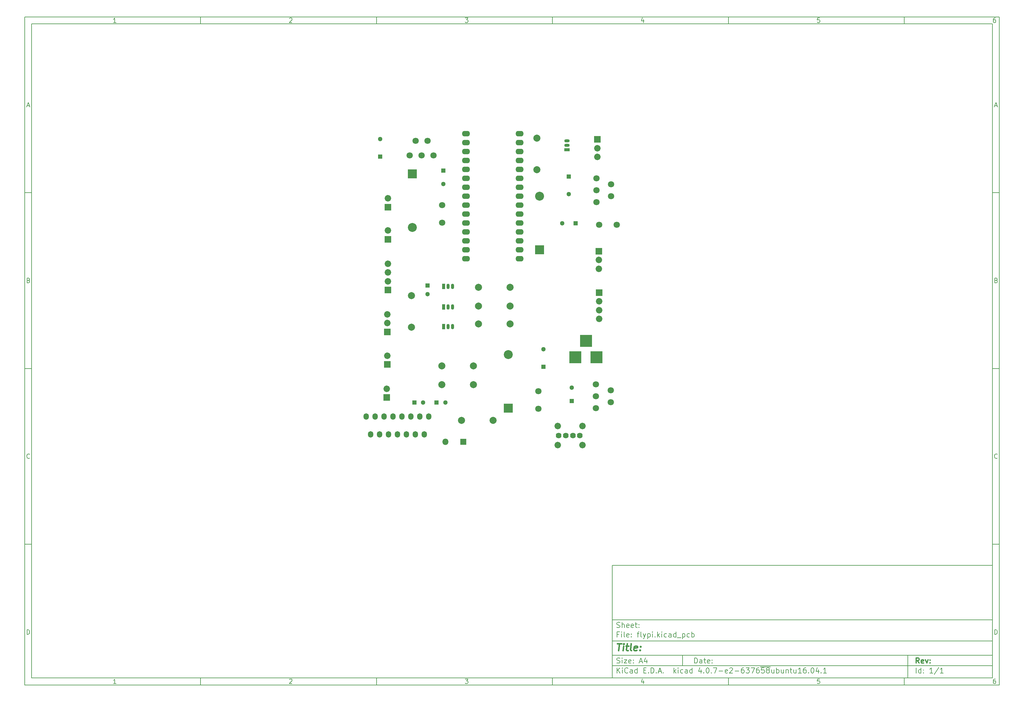
<source format=gbr>
G04 #@! TF.FileFunction,Soldermask,Bot*
%FSLAX46Y46*%
G04 Gerber Fmt 4.6, Leading zero omitted, Abs format (unit mm)*
G04 Created by KiCad (PCBNEW 4.0.7-e2-6376~58~ubuntu16.04.1) date Sat Nov  4 22:27:25 2017*
%MOMM*%
%LPD*%
G01*
G04 APERTURE LIST*
%ADD10C,0.100000*%
%ADD11C,0.150000*%
%ADD12C,0.300000*%
%ADD13C,0.400000*%
%ADD14O,2.300000X1.600000*%
%ADD15R,1.300000X1.300000*%
%ADD16C,1.300000*%
%ADD17R,3.500120X3.500120*%
%ADD18C,2.540000*%
%ADD19R,2.540000X2.540000*%
%ADD20C,1.800860*%
%ADD21C,1.800000*%
%ADD22O,1.524000X1.824000*%
%ADD23C,2.000000*%
%ADD24C,1.620000*%
%ADD25C,1.850000*%
%ADD26R,1.850000X1.850000*%
%ADD27O,0.900000X1.500000*%
%ADD28R,0.900000X1.500000*%
%ADD29O,1.500000X0.900000*%
%ADD30R,1.500000X0.900000*%
%ADD31R,1.800000X1.800000*%
%ADD32O,1.800000X1.800000*%
G04 APERTURE END LIST*
D10*
D11*
X177002200Y-166007200D02*
X177002200Y-198007200D01*
X285002200Y-198007200D01*
X285002200Y-166007200D01*
X177002200Y-166007200D01*
D10*
D11*
X10000000Y-10000000D02*
X10000000Y-200007200D01*
X287002200Y-200007200D01*
X287002200Y-10000000D01*
X10000000Y-10000000D01*
D10*
D11*
X12000000Y-12000000D02*
X12000000Y-198007200D01*
X285002200Y-198007200D01*
X285002200Y-12000000D01*
X12000000Y-12000000D01*
D10*
D11*
X60000000Y-12000000D02*
X60000000Y-10000000D01*
D10*
D11*
X110000000Y-12000000D02*
X110000000Y-10000000D01*
D10*
D11*
X160000000Y-12000000D02*
X160000000Y-10000000D01*
D10*
D11*
X210000000Y-12000000D02*
X210000000Y-10000000D01*
D10*
D11*
X260000000Y-12000000D02*
X260000000Y-10000000D01*
D10*
D11*
X35990476Y-11588095D02*
X35247619Y-11588095D01*
X35619048Y-11588095D02*
X35619048Y-10288095D01*
X35495238Y-10473810D01*
X35371429Y-10597619D01*
X35247619Y-10659524D01*
D10*
D11*
X85247619Y-10411905D02*
X85309524Y-10350000D01*
X85433333Y-10288095D01*
X85742857Y-10288095D01*
X85866667Y-10350000D01*
X85928571Y-10411905D01*
X85990476Y-10535714D01*
X85990476Y-10659524D01*
X85928571Y-10845238D01*
X85185714Y-11588095D01*
X85990476Y-11588095D01*
D10*
D11*
X135185714Y-10288095D02*
X135990476Y-10288095D01*
X135557143Y-10783333D01*
X135742857Y-10783333D01*
X135866667Y-10845238D01*
X135928571Y-10907143D01*
X135990476Y-11030952D01*
X135990476Y-11340476D01*
X135928571Y-11464286D01*
X135866667Y-11526190D01*
X135742857Y-11588095D01*
X135371429Y-11588095D01*
X135247619Y-11526190D01*
X135185714Y-11464286D01*
D10*
D11*
X185866667Y-10721429D02*
X185866667Y-11588095D01*
X185557143Y-10226190D02*
X185247619Y-11154762D01*
X186052381Y-11154762D01*
D10*
D11*
X235928571Y-10288095D02*
X235309524Y-10288095D01*
X235247619Y-10907143D01*
X235309524Y-10845238D01*
X235433333Y-10783333D01*
X235742857Y-10783333D01*
X235866667Y-10845238D01*
X235928571Y-10907143D01*
X235990476Y-11030952D01*
X235990476Y-11340476D01*
X235928571Y-11464286D01*
X235866667Y-11526190D01*
X235742857Y-11588095D01*
X235433333Y-11588095D01*
X235309524Y-11526190D01*
X235247619Y-11464286D01*
D10*
D11*
X285866667Y-10288095D02*
X285619048Y-10288095D01*
X285495238Y-10350000D01*
X285433333Y-10411905D01*
X285309524Y-10597619D01*
X285247619Y-10845238D01*
X285247619Y-11340476D01*
X285309524Y-11464286D01*
X285371429Y-11526190D01*
X285495238Y-11588095D01*
X285742857Y-11588095D01*
X285866667Y-11526190D01*
X285928571Y-11464286D01*
X285990476Y-11340476D01*
X285990476Y-11030952D01*
X285928571Y-10907143D01*
X285866667Y-10845238D01*
X285742857Y-10783333D01*
X285495238Y-10783333D01*
X285371429Y-10845238D01*
X285309524Y-10907143D01*
X285247619Y-11030952D01*
D10*
D11*
X60000000Y-198007200D02*
X60000000Y-200007200D01*
D10*
D11*
X110000000Y-198007200D02*
X110000000Y-200007200D01*
D10*
D11*
X160000000Y-198007200D02*
X160000000Y-200007200D01*
D10*
D11*
X210000000Y-198007200D02*
X210000000Y-200007200D01*
D10*
D11*
X260000000Y-198007200D02*
X260000000Y-200007200D01*
D10*
D11*
X35990476Y-199595295D02*
X35247619Y-199595295D01*
X35619048Y-199595295D02*
X35619048Y-198295295D01*
X35495238Y-198481010D01*
X35371429Y-198604819D01*
X35247619Y-198666724D01*
D10*
D11*
X85247619Y-198419105D02*
X85309524Y-198357200D01*
X85433333Y-198295295D01*
X85742857Y-198295295D01*
X85866667Y-198357200D01*
X85928571Y-198419105D01*
X85990476Y-198542914D01*
X85990476Y-198666724D01*
X85928571Y-198852438D01*
X85185714Y-199595295D01*
X85990476Y-199595295D01*
D10*
D11*
X135185714Y-198295295D02*
X135990476Y-198295295D01*
X135557143Y-198790533D01*
X135742857Y-198790533D01*
X135866667Y-198852438D01*
X135928571Y-198914343D01*
X135990476Y-199038152D01*
X135990476Y-199347676D01*
X135928571Y-199471486D01*
X135866667Y-199533390D01*
X135742857Y-199595295D01*
X135371429Y-199595295D01*
X135247619Y-199533390D01*
X135185714Y-199471486D01*
D10*
D11*
X185866667Y-198728629D02*
X185866667Y-199595295D01*
X185557143Y-198233390D02*
X185247619Y-199161962D01*
X186052381Y-199161962D01*
D10*
D11*
X235928571Y-198295295D02*
X235309524Y-198295295D01*
X235247619Y-198914343D01*
X235309524Y-198852438D01*
X235433333Y-198790533D01*
X235742857Y-198790533D01*
X235866667Y-198852438D01*
X235928571Y-198914343D01*
X235990476Y-199038152D01*
X235990476Y-199347676D01*
X235928571Y-199471486D01*
X235866667Y-199533390D01*
X235742857Y-199595295D01*
X235433333Y-199595295D01*
X235309524Y-199533390D01*
X235247619Y-199471486D01*
D10*
D11*
X285866667Y-198295295D02*
X285619048Y-198295295D01*
X285495238Y-198357200D01*
X285433333Y-198419105D01*
X285309524Y-198604819D01*
X285247619Y-198852438D01*
X285247619Y-199347676D01*
X285309524Y-199471486D01*
X285371429Y-199533390D01*
X285495238Y-199595295D01*
X285742857Y-199595295D01*
X285866667Y-199533390D01*
X285928571Y-199471486D01*
X285990476Y-199347676D01*
X285990476Y-199038152D01*
X285928571Y-198914343D01*
X285866667Y-198852438D01*
X285742857Y-198790533D01*
X285495238Y-198790533D01*
X285371429Y-198852438D01*
X285309524Y-198914343D01*
X285247619Y-199038152D01*
D10*
D11*
X10000000Y-60000000D02*
X12000000Y-60000000D01*
D10*
D11*
X10000000Y-110000000D02*
X12000000Y-110000000D01*
D10*
D11*
X10000000Y-160000000D02*
X12000000Y-160000000D01*
D10*
D11*
X10690476Y-35216667D02*
X11309524Y-35216667D01*
X10566667Y-35588095D02*
X11000000Y-34288095D01*
X11433333Y-35588095D01*
D10*
D11*
X11092857Y-84907143D02*
X11278571Y-84969048D01*
X11340476Y-85030952D01*
X11402381Y-85154762D01*
X11402381Y-85340476D01*
X11340476Y-85464286D01*
X11278571Y-85526190D01*
X11154762Y-85588095D01*
X10659524Y-85588095D01*
X10659524Y-84288095D01*
X11092857Y-84288095D01*
X11216667Y-84350000D01*
X11278571Y-84411905D01*
X11340476Y-84535714D01*
X11340476Y-84659524D01*
X11278571Y-84783333D01*
X11216667Y-84845238D01*
X11092857Y-84907143D01*
X10659524Y-84907143D01*
D10*
D11*
X11402381Y-135464286D02*
X11340476Y-135526190D01*
X11154762Y-135588095D01*
X11030952Y-135588095D01*
X10845238Y-135526190D01*
X10721429Y-135402381D01*
X10659524Y-135278571D01*
X10597619Y-135030952D01*
X10597619Y-134845238D01*
X10659524Y-134597619D01*
X10721429Y-134473810D01*
X10845238Y-134350000D01*
X11030952Y-134288095D01*
X11154762Y-134288095D01*
X11340476Y-134350000D01*
X11402381Y-134411905D01*
D10*
D11*
X10659524Y-185588095D02*
X10659524Y-184288095D01*
X10969048Y-184288095D01*
X11154762Y-184350000D01*
X11278571Y-184473810D01*
X11340476Y-184597619D01*
X11402381Y-184845238D01*
X11402381Y-185030952D01*
X11340476Y-185278571D01*
X11278571Y-185402381D01*
X11154762Y-185526190D01*
X10969048Y-185588095D01*
X10659524Y-185588095D01*
D10*
D11*
X287002200Y-60000000D02*
X285002200Y-60000000D01*
D10*
D11*
X287002200Y-110000000D02*
X285002200Y-110000000D01*
D10*
D11*
X287002200Y-160000000D02*
X285002200Y-160000000D01*
D10*
D11*
X285692676Y-35216667D02*
X286311724Y-35216667D01*
X285568867Y-35588095D02*
X286002200Y-34288095D01*
X286435533Y-35588095D01*
D10*
D11*
X286095057Y-84907143D02*
X286280771Y-84969048D01*
X286342676Y-85030952D01*
X286404581Y-85154762D01*
X286404581Y-85340476D01*
X286342676Y-85464286D01*
X286280771Y-85526190D01*
X286156962Y-85588095D01*
X285661724Y-85588095D01*
X285661724Y-84288095D01*
X286095057Y-84288095D01*
X286218867Y-84350000D01*
X286280771Y-84411905D01*
X286342676Y-84535714D01*
X286342676Y-84659524D01*
X286280771Y-84783333D01*
X286218867Y-84845238D01*
X286095057Y-84907143D01*
X285661724Y-84907143D01*
D10*
D11*
X286404581Y-135464286D02*
X286342676Y-135526190D01*
X286156962Y-135588095D01*
X286033152Y-135588095D01*
X285847438Y-135526190D01*
X285723629Y-135402381D01*
X285661724Y-135278571D01*
X285599819Y-135030952D01*
X285599819Y-134845238D01*
X285661724Y-134597619D01*
X285723629Y-134473810D01*
X285847438Y-134350000D01*
X286033152Y-134288095D01*
X286156962Y-134288095D01*
X286342676Y-134350000D01*
X286404581Y-134411905D01*
D10*
D11*
X285661724Y-185588095D02*
X285661724Y-184288095D01*
X285971248Y-184288095D01*
X286156962Y-184350000D01*
X286280771Y-184473810D01*
X286342676Y-184597619D01*
X286404581Y-184845238D01*
X286404581Y-185030952D01*
X286342676Y-185278571D01*
X286280771Y-185402381D01*
X286156962Y-185526190D01*
X285971248Y-185588095D01*
X285661724Y-185588095D01*
D10*
D11*
X200359343Y-193785771D02*
X200359343Y-192285771D01*
X200716486Y-192285771D01*
X200930771Y-192357200D01*
X201073629Y-192500057D01*
X201145057Y-192642914D01*
X201216486Y-192928629D01*
X201216486Y-193142914D01*
X201145057Y-193428629D01*
X201073629Y-193571486D01*
X200930771Y-193714343D01*
X200716486Y-193785771D01*
X200359343Y-193785771D01*
X202502200Y-193785771D02*
X202502200Y-193000057D01*
X202430771Y-192857200D01*
X202287914Y-192785771D01*
X202002200Y-192785771D01*
X201859343Y-192857200D01*
X202502200Y-193714343D02*
X202359343Y-193785771D01*
X202002200Y-193785771D01*
X201859343Y-193714343D01*
X201787914Y-193571486D01*
X201787914Y-193428629D01*
X201859343Y-193285771D01*
X202002200Y-193214343D01*
X202359343Y-193214343D01*
X202502200Y-193142914D01*
X203002200Y-192785771D02*
X203573629Y-192785771D01*
X203216486Y-192285771D02*
X203216486Y-193571486D01*
X203287914Y-193714343D01*
X203430772Y-193785771D01*
X203573629Y-193785771D01*
X204645057Y-193714343D02*
X204502200Y-193785771D01*
X204216486Y-193785771D01*
X204073629Y-193714343D01*
X204002200Y-193571486D01*
X204002200Y-193000057D01*
X204073629Y-192857200D01*
X204216486Y-192785771D01*
X204502200Y-192785771D01*
X204645057Y-192857200D01*
X204716486Y-193000057D01*
X204716486Y-193142914D01*
X204002200Y-193285771D01*
X205359343Y-193642914D02*
X205430771Y-193714343D01*
X205359343Y-193785771D01*
X205287914Y-193714343D01*
X205359343Y-193642914D01*
X205359343Y-193785771D01*
X205359343Y-192857200D02*
X205430771Y-192928629D01*
X205359343Y-193000057D01*
X205287914Y-192928629D01*
X205359343Y-192857200D01*
X205359343Y-193000057D01*
D10*
D11*
X177002200Y-194507200D02*
X285002200Y-194507200D01*
D10*
D11*
X178359343Y-196585771D02*
X178359343Y-195085771D01*
X179216486Y-196585771D02*
X178573629Y-195728629D01*
X179216486Y-195085771D02*
X178359343Y-195942914D01*
X179859343Y-196585771D02*
X179859343Y-195585771D01*
X179859343Y-195085771D02*
X179787914Y-195157200D01*
X179859343Y-195228629D01*
X179930771Y-195157200D01*
X179859343Y-195085771D01*
X179859343Y-195228629D01*
X181430772Y-196442914D02*
X181359343Y-196514343D01*
X181145057Y-196585771D01*
X181002200Y-196585771D01*
X180787915Y-196514343D01*
X180645057Y-196371486D01*
X180573629Y-196228629D01*
X180502200Y-195942914D01*
X180502200Y-195728629D01*
X180573629Y-195442914D01*
X180645057Y-195300057D01*
X180787915Y-195157200D01*
X181002200Y-195085771D01*
X181145057Y-195085771D01*
X181359343Y-195157200D01*
X181430772Y-195228629D01*
X182716486Y-196585771D02*
X182716486Y-195800057D01*
X182645057Y-195657200D01*
X182502200Y-195585771D01*
X182216486Y-195585771D01*
X182073629Y-195657200D01*
X182716486Y-196514343D02*
X182573629Y-196585771D01*
X182216486Y-196585771D01*
X182073629Y-196514343D01*
X182002200Y-196371486D01*
X182002200Y-196228629D01*
X182073629Y-196085771D01*
X182216486Y-196014343D01*
X182573629Y-196014343D01*
X182716486Y-195942914D01*
X184073629Y-196585771D02*
X184073629Y-195085771D01*
X184073629Y-196514343D02*
X183930772Y-196585771D01*
X183645058Y-196585771D01*
X183502200Y-196514343D01*
X183430772Y-196442914D01*
X183359343Y-196300057D01*
X183359343Y-195871486D01*
X183430772Y-195728629D01*
X183502200Y-195657200D01*
X183645058Y-195585771D01*
X183930772Y-195585771D01*
X184073629Y-195657200D01*
X185930772Y-195800057D02*
X186430772Y-195800057D01*
X186645058Y-196585771D02*
X185930772Y-196585771D01*
X185930772Y-195085771D01*
X186645058Y-195085771D01*
X187287915Y-196442914D02*
X187359343Y-196514343D01*
X187287915Y-196585771D01*
X187216486Y-196514343D01*
X187287915Y-196442914D01*
X187287915Y-196585771D01*
X188002201Y-196585771D02*
X188002201Y-195085771D01*
X188359344Y-195085771D01*
X188573629Y-195157200D01*
X188716487Y-195300057D01*
X188787915Y-195442914D01*
X188859344Y-195728629D01*
X188859344Y-195942914D01*
X188787915Y-196228629D01*
X188716487Y-196371486D01*
X188573629Y-196514343D01*
X188359344Y-196585771D01*
X188002201Y-196585771D01*
X189502201Y-196442914D02*
X189573629Y-196514343D01*
X189502201Y-196585771D01*
X189430772Y-196514343D01*
X189502201Y-196442914D01*
X189502201Y-196585771D01*
X190145058Y-196157200D02*
X190859344Y-196157200D01*
X190002201Y-196585771D02*
X190502201Y-195085771D01*
X191002201Y-196585771D01*
X191502201Y-196442914D02*
X191573629Y-196514343D01*
X191502201Y-196585771D01*
X191430772Y-196514343D01*
X191502201Y-196442914D01*
X191502201Y-196585771D01*
X194502201Y-196585771D02*
X194502201Y-195085771D01*
X194645058Y-196014343D02*
X195073629Y-196585771D01*
X195073629Y-195585771D02*
X194502201Y-196157200D01*
X195716487Y-196585771D02*
X195716487Y-195585771D01*
X195716487Y-195085771D02*
X195645058Y-195157200D01*
X195716487Y-195228629D01*
X195787915Y-195157200D01*
X195716487Y-195085771D01*
X195716487Y-195228629D01*
X197073630Y-196514343D02*
X196930773Y-196585771D01*
X196645059Y-196585771D01*
X196502201Y-196514343D01*
X196430773Y-196442914D01*
X196359344Y-196300057D01*
X196359344Y-195871486D01*
X196430773Y-195728629D01*
X196502201Y-195657200D01*
X196645059Y-195585771D01*
X196930773Y-195585771D01*
X197073630Y-195657200D01*
X198359344Y-196585771D02*
X198359344Y-195800057D01*
X198287915Y-195657200D01*
X198145058Y-195585771D01*
X197859344Y-195585771D01*
X197716487Y-195657200D01*
X198359344Y-196514343D02*
X198216487Y-196585771D01*
X197859344Y-196585771D01*
X197716487Y-196514343D01*
X197645058Y-196371486D01*
X197645058Y-196228629D01*
X197716487Y-196085771D01*
X197859344Y-196014343D01*
X198216487Y-196014343D01*
X198359344Y-195942914D01*
X199716487Y-196585771D02*
X199716487Y-195085771D01*
X199716487Y-196514343D02*
X199573630Y-196585771D01*
X199287916Y-196585771D01*
X199145058Y-196514343D01*
X199073630Y-196442914D01*
X199002201Y-196300057D01*
X199002201Y-195871486D01*
X199073630Y-195728629D01*
X199145058Y-195657200D01*
X199287916Y-195585771D01*
X199573630Y-195585771D01*
X199716487Y-195657200D01*
X202216487Y-195585771D02*
X202216487Y-196585771D01*
X201859344Y-195014343D02*
X201502201Y-196085771D01*
X202430773Y-196085771D01*
X203002201Y-196442914D02*
X203073629Y-196514343D01*
X203002201Y-196585771D01*
X202930772Y-196514343D01*
X203002201Y-196442914D01*
X203002201Y-196585771D01*
X204002201Y-195085771D02*
X204145058Y-195085771D01*
X204287915Y-195157200D01*
X204359344Y-195228629D01*
X204430773Y-195371486D01*
X204502201Y-195657200D01*
X204502201Y-196014343D01*
X204430773Y-196300057D01*
X204359344Y-196442914D01*
X204287915Y-196514343D01*
X204145058Y-196585771D01*
X204002201Y-196585771D01*
X203859344Y-196514343D01*
X203787915Y-196442914D01*
X203716487Y-196300057D01*
X203645058Y-196014343D01*
X203645058Y-195657200D01*
X203716487Y-195371486D01*
X203787915Y-195228629D01*
X203859344Y-195157200D01*
X204002201Y-195085771D01*
X205145058Y-196442914D02*
X205216486Y-196514343D01*
X205145058Y-196585771D01*
X205073629Y-196514343D01*
X205145058Y-196442914D01*
X205145058Y-196585771D01*
X205716487Y-195085771D02*
X206716487Y-195085771D01*
X206073630Y-196585771D01*
X207287915Y-196014343D02*
X208430772Y-196014343D01*
X209716486Y-196514343D02*
X209573629Y-196585771D01*
X209287915Y-196585771D01*
X209145058Y-196514343D01*
X209073629Y-196371486D01*
X209073629Y-195800057D01*
X209145058Y-195657200D01*
X209287915Y-195585771D01*
X209573629Y-195585771D01*
X209716486Y-195657200D01*
X209787915Y-195800057D01*
X209787915Y-195942914D01*
X209073629Y-196085771D01*
X210359343Y-195228629D02*
X210430772Y-195157200D01*
X210573629Y-195085771D01*
X210930772Y-195085771D01*
X211073629Y-195157200D01*
X211145058Y-195228629D01*
X211216486Y-195371486D01*
X211216486Y-195514343D01*
X211145058Y-195728629D01*
X210287915Y-196585771D01*
X211216486Y-196585771D01*
X211859343Y-196014343D02*
X213002200Y-196014343D01*
X214359343Y-195085771D02*
X214073629Y-195085771D01*
X213930772Y-195157200D01*
X213859343Y-195228629D01*
X213716486Y-195442914D01*
X213645057Y-195728629D01*
X213645057Y-196300057D01*
X213716486Y-196442914D01*
X213787914Y-196514343D01*
X213930772Y-196585771D01*
X214216486Y-196585771D01*
X214359343Y-196514343D01*
X214430772Y-196442914D01*
X214502200Y-196300057D01*
X214502200Y-195942914D01*
X214430772Y-195800057D01*
X214359343Y-195728629D01*
X214216486Y-195657200D01*
X213930772Y-195657200D01*
X213787914Y-195728629D01*
X213716486Y-195800057D01*
X213645057Y-195942914D01*
X215002200Y-195085771D02*
X215930771Y-195085771D01*
X215430771Y-195657200D01*
X215645057Y-195657200D01*
X215787914Y-195728629D01*
X215859343Y-195800057D01*
X215930771Y-195942914D01*
X215930771Y-196300057D01*
X215859343Y-196442914D01*
X215787914Y-196514343D01*
X215645057Y-196585771D01*
X215216485Y-196585771D01*
X215073628Y-196514343D01*
X215002200Y-196442914D01*
X216430771Y-195085771D02*
X217430771Y-195085771D01*
X216787914Y-196585771D01*
X218645056Y-195085771D02*
X218359342Y-195085771D01*
X218216485Y-195157200D01*
X218145056Y-195228629D01*
X218002199Y-195442914D01*
X217930770Y-195728629D01*
X217930770Y-196300057D01*
X218002199Y-196442914D01*
X218073627Y-196514343D01*
X218216485Y-196585771D01*
X218502199Y-196585771D01*
X218645056Y-196514343D01*
X218716485Y-196442914D01*
X218787913Y-196300057D01*
X218787913Y-195942914D01*
X218716485Y-195800057D01*
X218645056Y-195728629D01*
X218502199Y-195657200D01*
X218216485Y-195657200D01*
X218073627Y-195728629D01*
X218002199Y-195800057D01*
X217930770Y-195942914D01*
X220145056Y-195085771D02*
X219430770Y-195085771D01*
X219359341Y-195800057D01*
X219430770Y-195728629D01*
X219573627Y-195657200D01*
X219930770Y-195657200D01*
X220073627Y-195728629D01*
X220145056Y-195800057D01*
X220216484Y-195942914D01*
X220216484Y-196300057D01*
X220145056Y-196442914D01*
X220073627Y-196514343D01*
X219930770Y-196585771D01*
X219573627Y-196585771D01*
X219430770Y-196514343D01*
X219359341Y-196442914D01*
X221073627Y-195728629D02*
X220930769Y-195657200D01*
X220859341Y-195585771D01*
X220787912Y-195442914D01*
X220787912Y-195371486D01*
X220859341Y-195228629D01*
X220930769Y-195157200D01*
X221073627Y-195085771D01*
X221359341Y-195085771D01*
X221502198Y-195157200D01*
X221573627Y-195228629D01*
X221645055Y-195371486D01*
X221645055Y-195442914D01*
X221573627Y-195585771D01*
X221502198Y-195657200D01*
X221359341Y-195728629D01*
X221073627Y-195728629D01*
X220930769Y-195800057D01*
X220859341Y-195871486D01*
X220787912Y-196014343D01*
X220787912Y-196300057D01*
X220859341Y-196442914D01*
X220930769Y-196514343D01*
X221073627Y-196585771D01*
X221359341Y-196585771D01*
X221502198Y-196514343D01*
X221573627Y-196442914D01*
X221645055Y-196300057D01*
X221645055Y-196014343D01*
X221573627Y-195871486D01*
X221502198Y-195800057D01*
X221359341Y-195728629D01*
X219073627Y-194827200D02*
X221930769Y-194827200D01*
X222930769Y-195585771D02*
X222930769Y-196585771D01*
X222287912Y-195585771D02*
X222287912Y-196371486D01*
X222359340Y-196514343D01*
X222502198Y-196585771D01*
X222716483Y-196585771D01*
X222859340Y-196514343D01*
X222930769Y-196442914D01*
X223645055Y-196585771D02*
X223645055Y-195085771D01*
X223645055Y-195657200D02*
X223787912Y-195585771D01*
X224073626Y-195585771D01*
X224216483Y-195657200D01*
X224287912Y-195728629D01*
X224359341Y-195871486D01*
X224359341Y-196300057D01*
X224287912Y-196442914D01*
X224216483Y-196514343D01*
X224073626Y-196585771D01*
X223787912Y-196585771D01*
X223645055Y-196514343D01*
X225645055Y-195585771D02*
X225645055Y-196585771D01*
X225002198Y-195585771D02*
X225002198Y-196371486D01*
X225073626Y-196514343D01*
X225216484Y-196585771D01*
X225430769Y-196585771D01*
X225573626Y-196514343D01*
X225645055Y-196442914D01*
X226359341Y-195585771D02*
X226359341Y-196585771D01*
X226359341Y-195728629D02*
X226430769Y-195657200D01*
X226573627Y-195585771D01*
X226787912Y-195585771D01*
X226930769Y-195657200D01*
X227002198Y-195800057D01*
X227002198Y-196585771D01*
X227502198Y-195585771D02*
X228073627Y-195585771D01*
X227716484Y-195085771D02*
X227716484Y-196371486D01*
X227787912Y-196514343D01*
X227930770Y-196585771D01*
X228073627Y-196585771D01*
X229216484Y-195585771D02*
X229216484Y-196585771D01*
X228573627Y-195585771D02*
X228573627Y-196371486D01*
X228645055Y-196514343D01*
X228787913Y-196585771D01*
X229002198Y-196585771D01*
X229145055Y-196514343D01*
X229216484Y-196442914D01*
X230716484Y-196585771D02*
X229859341Y-196585771D01*
X230287913Y-196585771D02*
X230287913Y-195085771D01*
X230145056Y-195300057D01*
X230002198Y-195442914D01*
X229859341Y-195514343D01*
X232002198Y-195085771D02*
X231716484Y-195085771D01*
X231573627Y-195157200D01*
X231502198Y-195228629D01*
X231359341Y-195442914D01*
X231287912Y-195728629D01*
X231287912Y-196300057D01*
X231359341Y-196442914D01*
X231430769Y-196514343D01*
X231573627Y-196585771D01*
X231859341Y-196585771D01*
X232002198Y-196514343D01*
X232073627Y-196442914D01*
X232145055Y-196300057D01*
X232145055Y-195942914D01*
X232073627Y-195800057D01*
X232002198Y-195728629D01*
X231859341Y-195657200D01*
X231573627Y-195657200D01*
X231430769Y-195728629D01*
X231359341Y-195800057D01*
X231287912Y-195942914D01*
X232787912Y-196442914D02*
X232859340Y-196514343D01*
X232787912Y-196585771D01*
X232716483Y-196514343D01*
X232787912Y-196442914D01*
X232787912Y-196585771D01*
X233787912Y-195085771D02*
X233930769Y-195085771D01*
X234073626Y-195157200D01*
X234145055Y-195228629D01*
X234216484Y-195371486D01*
X234287912Y-195657200D01*
X234287912Y-196014343D01*
X234216484Y-196300057D01*
X234145055Y-196442914D01*
X234073626Y-196514343D01*
X233930769Y-196585771D01*
X233787912Y-196585771D01*
X233645055Y-196514343D01*
X233573626Y-196442914D01*
X233502198Y-196300057D01*
X233430769Y-196014343D01*
X233430769Y-195657200D01*
X233502198Y-195371486D01*
X233573626Y-195228629D01*
X233645055Y-195157200D01*
X233787912Y-195085771D01*
X235573626Y-195585771D02*
X235573626Y-196585771D01*
X235216483Y-195014343D02*
X234859340Y-196085771D01*
X235787912Y-196085771D01*
X236359340Y-196442914D02*
X236430768Y-196514343D01*
X236359340Y-196585771D01*
X236287911Y-196514343D01*
X236359340Y-196442914D01*
X236359340Y-196585771D01*
X237859340Y-196585771D02*
X237002197Y-196585771D01*
X237430769Y-196585771D02*
X237430769Y-195085771D01*
X237287912Y-195300057D01*
X237145054Y-195442914D01*
X237002197Y-195514343D01*
D10*
D11*
X177002200Y-191507200D02*
X285002200Y-191507200D01*
D10*
D12*
X264216486Y-193785771D02*
X263716486Y-193071486D01*
X263359343Y-193785771D02*
X263359343Y-192285771D01*
X263930771Y-192285771D01*
X264073629Y-192357200D01*
X264145057Y-192428629D01*
X264216486Y-192571486D01*
X264216486Y-192785771D01*
X264145057Y-192928629D01*
X264073629Y-193000057D01*
X263930771Y-193071486D01*
X263359343Y-193071486D01*
X265430771Y-193714343D02*
X265287914Y-193785771D01*
X265002200Y-193785771D01*
X264859343Y-193714343D01*
X264787914Y-193571486D01*
X264787914Y-193000057D01*
X264859343Y-192857200D01*
X265002200Y-192785771D01*
X265287914Y-192785771D01*
X265430771Y-192857200D01*
X265502200Y-193000057D01*
X265502200Y-193142914D01*
X264787914Y-193285771D01*
X266002200Y-192785771D02*
X266359343Y-193785771D01*
X266716485Y-192785771D01*
X267287914Y-193642914D02*
X267359342Y-193714343D01*
X267287914Y-193785771D01*
X267216485Y-193714343D01*
X267287914Y-193642914D01*
X267287914Y-193785771D01*
X267287914Y-192857200D02*
X267359342Y-192928629D01*
X267287914Y-193000057D01*
X267216485Y-192928629D01*
X267287914Y-192857200D01*
X267287914Y-193000057D01*
D10*
D11*
X178287914Y-193714343D02*
X178502200Y-193785771D01*
X178859343Y-193785771D01*
X179002200Y-193714343D01*
X179073629Y-193642914D01*
X179145057Y-193500057D01*
X179145057Y-193357200D01*
X179073629Y-193214343D01*
X179002200Y-193142914D01*
X178859343Y-193071486D01*
X178573629Y-193000057D01*
X178430771Y-192928629D01*
X178359343Y-192857200D01*
X178287914Y-192714343D01*
X178287914Y-192571486D01*
X178359343Y-192428629D01*
X178430771Y-192357200D01*
X178573629Y-192285771D01*
X178930771Y-192285771D01*
X179145057Y-192357200D01*
X179787914Y-193785771D02*
X179787914Y-192785771D01*
X179787914Y-192285771D02*
X179716485Y-192357200D01*
X179787914Y-192428629D01*
X179859342Y-192357200D01*
X179787914Y-192285771D01*
X179787914Y-192428629D01*
X180359343Y-192785771D02*
X181145057Y-192785771D01*
X180359343Y-193785771D01*
X181145057Y-193785771D01*
X182287914Y-193714343D02*
X182145057Y-193785771D01*
X181859343Y-193785771D01*
X181716486Y-193714343D01*
X181645057Y-193571486D01*
X181645057Y-193000057D01*
X181716486Y-192857200D01*
X181859343Y-192785771D01*
X182145057Y-192785771D01*
X182287914Y-192857200D01*
X182359343Y-193000057D01*
X182359343Y-193142914D01*
X181645057Y-193285771D01*
X183002200Y-193642914D02*
X183073628Y-193714343D01*
X183002200Y-193785771D01*
X182930771Y-193714343D01*
X183002200Y-193642914D01*
X183002200Y-193785771D01*
X183002200Y-192857200D02*
X183073628Y-192928629D01*
X183002200Y-193000057D01*
X182930771Y-192928629D01*
X183002200Y-192857200D01*
X183002200Y-193000057D01*
X184787914Y-193357200D02*
X185502200Y-193357200D01*
X184645057Y-193785771D02*
X185145057Y-192285771D01*
X185645057Y-193785771D01*
X186787914Y-192785771D02*
X186787914Y-193785771D01*
X186430771Y-192214343D02*
X186073628Y-193285771D01*
X187002200Y-193285771D01*
D10*
D11*
X263359343Y-196585771D02*
X263359343Y-195085771D01*
X264716486Y-196585771D02*
X264716486Y-195085771D01*
X264716486Y-196514343D02*
X264573629Y-196585771D01*
X264287915Y-196585771D01*
X264145057Y-196514343D01*
X264073629Y-196442914D01*
X264002200Y-196300057D01*
X264002200Y-195871486D01*
X264073629Y-195728629D01*
X264145057Y-195657200D01*
X264287915Y-195585771D01*
X264573629Y-195585771D01*
X264716486Y-195657200D01*
X265430772Y-196442914D02*
X265502200Y-196514343D01*
X265430772Y-196585771D01*
X265359343Y-196514343D01*
X265430772Y-196442914D01*
X265430772Y-196585771D01*
X265430772Y-195657200D02*
X265502200Y-195728629D01*
X265430772Y-195800057D01*
X265359343Y-195728629D01*
X265430772Y-195657200D01*
X265430772Y-195800057D01*
X268073629Y-196585771D02*
X267216486Y-196585771D01*
X267645058Y-196585771D02*
X267645058Y-195085771D01*
X267502201Y-195300057D01*
X267359343Y-195442914D01*
X267216486Y-195514343D01*
X269787914Y-195014343D02*
X268502200Y-196942914D01*
X271073629Y-196585771D02*
X270216486Y-196585771D01*
X270645058Y-196585771D02*
X270645058Y-195085771D01*
X270502201Y-195300057D01*
X270359343Y-195442914D01*
X270216486Y-195514343D01*
D10*
D11*
X177002200Y-187507200D02*
X285002200Y-187507200D01*
D10*
D13*
X178454581Y-188211962D02*
X179597438Y-188211962D01*
X178776010Y-190211962D02*
X179026010Y-188211962D01*
X180014105Y-190211962D02*
X180180771Y-188878629D01*
X180264105Y-188211962D02*
X180156962Y-188307200D01*
X180240295Y-188402438D01*
X180347439Y-188307200D01*
X180264105Y-188211962D01*
X180240295Y-188402438D01*
X180847438Y-188878629D02*
X181609343Y-188878629D01*
X181216486Y-188211962D02*
X181002200Y-189926248D01*
X181073630Y-190116724D01*
X181252201Y-190211962D01*
X181442677Y-190211962D01*
X182395058Y-190211962D02*
X182216487Y-190116724D01*
X182145057Y-189926248D01*
X182359343Y-188211962D01*
X183930772Y-190116724D02*
X183728391Y-190211962D01*
X183347439Y-190211962D01*
X183168867Y-190116724D01*
X183097438Y-189926248D01*
X183192676Y-189164343D01*
X183311724Y-188973867D01*
X183514105Y-188878629D01*
X183895057Y-188878629D01*
X184073629Y-188973867D01*
X184145057Y-189164343D01*
X184121248Y-189354819D01*
X183145057Y-189545295D01*
X184895057Y-190021486D02*
X184978392Y-190116724D01*
X184871248Y-190211962D01*
X184787915Y-190116724D01*
X184895057Y-190021486D01*
X184871248Y-190211962D01*
X185026010Y-188973867D02*
X185109344Y-189069105D01*
X185002200Y-189164343D01*
X184918867Y-189069105D01*
X185026010Y-188973867D01*
X185002200Y-189164343D01*
D10*
D11*
X178859343Y-185600057D02*
X178359343Y-185600057D01*
X178359343Y-186385771D02*
X178359343Y-184885771D01*
X179073629Y-184885771D01*
X179645057Y-186385771D02*
X179645057Y-185385771D01*
X179645057Y-184885771D02*
X179573628Y-184957200D01*
X179645057Y-185028629D01*
X179716485Y-184957200D01*
X179645057Y-184885771D01*
X179645057Y-185028629D01*
X180573629Y-186385771D02*
X180430771Y-186314343D01*
X180359343Y-186171486D01*
X180359343Y-184885771D01*
X181716485Y-186314343D02*
X181573628Y-186385771D01*
X181287914Y-186385771D01*
X181145057Y-186314343D01*
X181073628Y-186171486D01*
X181073628Y-185600057D01*
X181145057Y-185457200D01*
X181287914Y-185385771D01*
X181573628Y-185385771D01*
X181716485Y-185457200D01*
X181787914Y-185600057D01*
X181787914Y-185742914D01*
X181073628Y-185885771D01*
X182430771Y-186242914D02*
X182502199Y-186314343D01*
X182430771Y-186385771D01*
X182359342Y-186314343D01*
X182430771Y-186242914D01*
X182430771Y-186385771D01*
X182430771Y-185457200D02*
X182502199Y-185528629D01*
X182430771Y-185600057D01*
X182359342Y-185528629D01*
X182430771Y-185457200D01*
X182430771Y-185600057D01*
X184073628Y-185385771D02*
X184645057Y-185385771D01*
X184287914Y-186385771D02*
X184287914Y-185100057D01*
X184359342Y-184957200D01*
X184502200Y-184885771D01*
X184645057Y-184885771D01*
X185359343Y-186385771D02*
X185216485Y-186314343D01*
X185145057Y-186171486D01*
X185145057Y-184885771D01*
X185787914Y-185385771D02*
X186145057Y-186385771D01*
X186502199Y-185385771D02*
X186145057Y-186385771D01*
X186002199Y-186742914D01*
X185930771Y-186814343D01*
X185787914Y-186885771D01*
X187073628Y-185385771D02*
X187073628Y-186885771D01*
X187073628Y-185457200D02*
X187216485Y-185385771D01*
X187502199Y-185385771D01*
X187645056Y-185457200D01*
X187716485Y-185528629D01*
X187787914Y-185671486D01*
X187787914Y-186100057D01*
X187716485Y-186242914D01*
X187645056Y-186314343D01*
X187502199Y-186385771D01*
X187216485Y-186385771D01*
X187073628Y-186314343D01*
X188430771Y-186385771D02*
X188430771Y-185385771D01*
X188430771Y-184885771D02*
X188359342Y-184957200D01*
X188430771Y-185028629D01*
X188502199Y-184957200D01*
X188430771Y-184885771D01*
X188430771Y-185028629D01*
X189145057Y-186242914D02*
X189216485Y-186314343D01*
X189145057Y-186385771D01*
X189073628Y-186314343D01*
X189145057Y-186242914D01*
X189145057Y-186385771D01*
X189859343Y-186385771D02*
X189859343Y-184885771D01*
X190002200Y-185814343D02*
X190430771Y-186385771D01*
X190430771Y-185385771D02*
X189859343Y-185957200D01*
X191073629Y-186385771D02*
X191073629Y-185385771D01*
X191073629Y-184885771D02*
X191002200Y-184957200D01*
X191073629Y-185028629D01*
X191145057Y-184957200D01*
X191073629Y-184885771D01*
X191073629Y-185028629D01*
X192430772Y-186314343D02*
X192287915Y-186385771D01*
X192002201Y-186385771D01*
X191859343Y-186314343D01*
X191787915Y-186242914D01*
X191716486Y-186100057D01*
X191716486Y-185671486D01*
X191787915Y-185528629D01*
X191859343Y-185457200D01*
X192002201Y-185385771D01*
X192287915Y-185385771D01*
X192430772Y-185457200D01*
X193716486Y-186385771D02*
X193716486Y-185600057D01*
X193645057Y-185457200D01*
X193502200Y-185385771D01*
X193216486Y-185385771D01*
X193073629Y-185457200D01*
X193716486Y-186314343D02*
X193573629Y-186385771D01*
X193216486Y-186385771D01*
X193073629Y-186314343D01*
X193002200Y-186171486D01*
X193002200Y-186028629D01*
X193073629Y-185885771D01*
X193216486Y-185814343D01*
X193573629Y-185814343D01*
X193716486Y-185742914D01*
X195073629Y-186385771D02*
X195073629Y-184885771D01*
X195073629Y-186314343D02*
X194930772Y-186385771D01*
X194645058Y-186385771D01*
X194502200Y-186314343D01*
X194430772Y-186242914D01*
X194359343Y-186100057D01*
X194359343Y-185671486D01*
X194430772Y-185528629D01*
X194502200Y-185457200D01*
X194645058Y-185385771D01*
X194930772Y-185385771D01*
X195073629Y-185457200D01*
X195430772Y-186528629D02*
X196573629Y-186528629D01*
X196930772Y-185385771D02*
X196930772Y-186885771D01*
X196930772Y-185457200D02*
X197073629Y-185385771D01*
X197359343Y-185385771D01*
X197502200Y-185457200D01*
X197573629Y-185528629D01*
X197645058Y-185671486D01*
X197645058Y-186100057D01*
X197573629Y-186242914D01*
X197502200Y-186314343D01*
X197359343Y-186385771D01*
X197073629Y-186385771D01*
X196930772Y-186314343D01*
X198930772Y-186314343D02*
X198787915Y-186385771D01*
X198502201Y-186385771D01*
X198359343Y-186314343D01*
X198287915Y-186242914D01*
X198216486Y-186100057D01*
X198216486Y-185671486D01*
X198287915Y-185528629D01*
X198359343Y-185457200D01*
X198502201Y-185385771D01*
X198787915Y-185385771D01*
X198930772Y-185457200D01*
X199573629Y-186385771D02*
X199573629Y-184885771D01*
X199573629Y-185457200D02*
X199716486Y-185385771D01*
X200002200Y-185385771D01*
X200145057Y-185457200D01*
X200216486Y-185528629D01*
X200287915Y-185671486D01*
X200287915Y-186100057D01*
X200216486Y-186242914D01*
X200145057Y-186314343D01*
X200002200Y-186385771D01*
X199716486Y-186385771D01*
X199573629Y-186314343D01*
D10*
D11*
X177002200Y-181507200D02*
X285002200Y-181507200D01*
D10*
D11*
X178287914Y-183614343D02*
X178502200Y-183685771D01*
X178859343Y-183685771D01*
X179002200Y-183614343D01*
X179073629Y-183542914D01*
X179145057Y-183400057D01*
X179145057Y-183257200D01*
X179073629Y-183114343D01*
X179002200Y-183042914D01*
X178859343Y-182971486D01*
X178573629Y-182900057D01*
X178430771Y-182828629D01*
X178359343Y-182757200D01*
X178287914Y-182614343D01*
X178287914Y-182471486D01*
X178359343Y-182328629D01*
X178430771Y-182257200D01*
X178573629Y-182185771D01*
X178930771Y-182185771D01*
X179145057Y-182257200D01*
X179787914Y-183685771D02*
X179787914Y-182185771D01*
X180430771Y-183685771D02*
X180430771Y-182900057D01*
X180359342Y-182757200D01*
X180216485Y-182685771D01*
X180002200Y-182685771D01*
X179859342Y-182757200D01*
X179787914Y-182828629D01*
X181716485Y-183614343D02*
X181573628Y-183685771D01*
X181287914Y-183685771D01*
X181145057Y-183614343D01*
X181073628Y-183471486D01*
X181073628Y-182900057D01*
X181145057Y-182757200D01*
X181287914Y-182685771D01*
X181573628Y-182685771D01*
X181716485Y-182757200D01*
X181787914Y-182900057D01*
X181787914Y-183042914D01*
X181073628Y-183185771D01*
X183002199Y-183614343D02*
X182859342Y-183685771D01*
X182573628Y-183685771D01*
X182430771Y-183614343D01*
X182359342Y-183471486D01*
X182359342Y-182900057D01*
X182430771Y-182757200D01*
X182573628Y-182685771D01*
X182859342Y-182685771D01*
X183002199Y-182757200D01*
X183073628Y-182900057D01*
X183073628Y-183042914D01*
X182359342Y-183185771D01*
X183502199Y-182685771D02*
X184073628Y-182685771D01*
X183716485Y-182185771D02*
X183716485Y-183471486D01*
X183787913Y-183614343D01*
X183930771Y-183685771D01*
X184073628Y-183685771D01*
X184573628Y-183542914D02*
X184645056Y-183614343D01*
X184573628Y-183685771D01*
X184502199Y-183614343D01*
X184573628Y-183542914D01*
X184573628Y-183685771D01*
X184573628Y-182757200D02*
X184645056Y-182828629D01*
X184573628Y-182900057D01*
X184502199Y-182828629D01*
X184573628Y-182757200D01*
X184573628Y-182900057D01*
D10*
D11*
X197002200Y-191507200D02*
X197002200Y-194507200D01*
D10*
D11*
X261002200Y-191507200D02*
X261002200Y-198007200D01*
D14*
X135382000Y-43180000D03*
X135382000Y-45720000D03*
X135382000Y-48260000D03*
X135382000Y-50800000D03*
X135382000Y-53340000D03*
X135382000Y-55880000D03*
X135382000Y-58420000D03*
X135382000Y-60960000D03*
X135382000Y-63500000D03*
X135382000Y-66040000D03*
X135382000Y-68580000D03*
X135382000Y-71120000D03*
X135382000Y-73660000D03*
X135382000Y-76200000D03*
X135382000Y-78740000D03*
X150622000Y-78740000D03*
X150622000Y-76200000D03*
X150622000Y-73660000D03*
X150622000Y-71120000D03*
X150622000Y-68580000D03*
X150622000Y-66040000D03*
X150622000Y-63500000D03*
X150622000Y-60960000D03*
X150622000Y-58420000D03*
X150622000Y-55880000D03*
X150622000Y-53340000D03*
X150622000Y-50800000D03*
X150622000Y-48260000D03*
X150622000Y-45720000D03*
X150622000Y-43180000D03*
D15*
X164590000Y-55370000D03*
D16*
X164590000Y-60370000D03*
D15*
X111020000Y-49760000D03*
D16*
X111020000Y-44760000D03*
D15*
X157440000Y-109520000D03*
D16*
X157440000Y-104520000D03*
D15*
X129010000Y-53680000D03*
D16*
X129010000Y-57480000D03*
D15*
X166600000Y-68720000D03*
D16*
X162800000Y-68720000D03*
D15*
X165440000Y-119210000D03*
D16*
X165440000Y-115410000D03*
D15*
X120730000Y-119660000D03*
D16*
X123230000Y-119660000D03*
D15*
X124460000Y-86360000D03*
D16*
X124460000Y-88860000D03*
D15*
X127040000Y-119660000D03*
D16*
X129540000Y-119660000D03*
D17*
X166519860Y-106810000D03*
X172519340Y-106810000D03*
X169519600Y-102111000D03*
D18*
X147397040Y-106018780D03*
D19*
X147397040Y-121258780D03*
D18*
X120142960Y-69851220D03*
D19*
X120142960Y-54611220D03*
D18*
X156287040Y-60958780D03*
D19*
X156287040Y-76198780D03*
D20*
X178259360Y-69080000D03*
X173260640Y-69080000D03*
X156020000Y-116450640D03*
X156020000Y-121449360D03*
X128650000Y-68539360D03*
X128650000Y-63540640D03*
D21*
X172330000Y-117860000D03*
X172330000Y-121260000D03*
X172330000Y-114460000D03*
X176530000Y-116160000D03*
X176530000Y-119560000D03*
X172460000Y-59310000D03*
X172460000Y-62710000D03*
X172460000Y-55910000D03*
X176660000Y-57610000D03*
X176660000Y-61010000D03*
X122810000Y-49410000D03*
X126210000Y-49410000D03*
X119410000Y-49410000D03*
X121110000Y-45210000D03*
X124510000Y-45210000D03*
D22*
X124820000Y-123660000D03*
X123550000Y-128740000D03*
X122280000Y-123660000D03*
X121010000Y-128740000D03*
X119740000Y-123660000D03*
X118470000Y-128740000D03*
X117200000Y-123660000D03*
X115930000Y-128740000D03*
X114660000Y-123660000D03*
X113390000Y-128740000D03*
X112120000Y-123660000D03*
X110850000Y-128740000D03*
X109580000Y-123660000D03*
X108310000Y-128740000D03*
X107040000Y-123660000D03*
D23*
X119890000Y-89280000D03*
X119890000Y-98280000D03*
D24*
X167770000Y-129030000D03*
X165770000Y-129030000D03*
X163770000Y-129030000D03*
D25*
X168500000Y-131750000D03*
D24*
X161770000Y-129030000D03*
D25*
X161500000Y-131750000D03*
X168500000Y-126310000D03*
X161500000Y-126310000D03*
D26*
X112900000Y-118240000D03*
D25*
X112900000Y-115740000D03*
D26*
X113030000Y-108840000D03*
D25*
X113030000Y-106340000D03*
D26*
X113050000Y-99580000D03*
D25*
X113050000Y-97080000D03*
X113050000Y-94580000D03*
D26*
X113270000Y-64090000D03*
D25*
X113270000Y-61590000D03*
D26*
X113260000Y-73250000D03*
D25*
X113260000Y-70750000D03*
D26*
X172720000Y-44830000D03*
D25*
X172720000Y-47330000D03*
X172720000Y-49830000D03*
D26*
X173200000Y-76620000D03*
D25*
X173200000Y-79120000D03*
X173200000Y-81620000D03*
D26*
X173230000Y-88390000D03*
D25*
X173230000Y-90890000D03*
X173230000Y-93390000D03*
X173230000Y-95890000D03*
D26*
X113210000Y-87680000D03*
D25*
X113210000Y-85180000D03*
X113210000Y-82680000D03*
X113210000Y-80180000D03*
D27*
X130302000Y-98044000D03*
X131572000Y-98044000D03*
D28*
X129032000Y-98044000D03*
D27*
X130302000Y-86614000D03*
X131572000Y-86614000D03*
D28*
X129032000Y-86614000D03*
D27*
X130302000Y-92456000D03*
X131572000Y-92456000D03*
D28*
X129032000Y-92456000D03*
D29*
X164084000Y-46482000D03*
X164084000Y-45212000D03*
D30*
X164084000Y-47752000D03*
D31*
X134610000Y-130840000D03*
D32*
X129530000Y-130840000D03*
D23*
X138938000Y-86868000D03*
X147938000Y-86868000D03*
X138938000Y-97282000D03*
X147938000Y-97282000D03*
X138938000Y-92202000D03*
X147938000Y-92202000D03*
X155580000Y-44450000D03*
X155580000Y-53450000D03*
X134112000Y-124714000D03*
X143112000Y-124714000D03*
X128524000Y-114554000D03*
X137524000Y-114554000D03*
X128524000Y-109220000D03*
X137524000Y-109220000D03*
M02*

</source>
